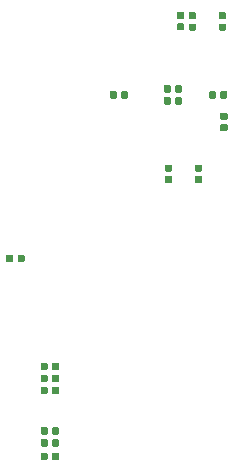
<source format=gbr>
G04 #@! TF.GenerationSoftware,KiCad,Pcbnew,(5.1.5)-3*
G04 #@! TF.CreationDate,2020-09-05T19:48:14+08:00*
G04 #@! TF.ProjectId,VS1053 Dev Brd,56533130-3533-4204-9465-76204272642e,rev?*
G04 #@! TF.SameCoordinates,Original*
G04 #@! TF.FileFunction,Paste,Bot*
G04 #@! TF.FilePolarity,Positive*
%FSLAX46Y46*%
G04 Gerber Fmt 4.6, Leading zero omitted, Abs format (unit mm)*
G04 Created by KiCad (PCBNEW (5.1.5)-3) date 2020-09-05 19:48:14*
%MOMM*%
%LPD*%
G04 APERTURE LIST*
%ADD10C,0.100000*%
G04 APERTURE END LIST*
D10*
G36*
X87078358Y-98893110D02*
G01*
X87092676Y-98895234D01*
X87106717Y-98898751D01*
X87120346Y-98903628D01*
X87133431Y-98909817D01*
X87145847Y-98917258D01*
X87157473Y-98925881D01*
X87168198Y-98935602D01*
X87177919Y-98946327D01*
X87186542Y-98957953D01*
X87193983Y-98970369D01*
X87200172Y-98983454D01*
X87205049Y-98997083D01*
X87208566Y-99011124D01*
X87210690Y-99025442D01*
X87211400Y-99039900D01*
X87211400Y-99384900D01*
X87210690Y-99399358D01*
X87208566Y-99413676D01*
X87205049Y-99427717D01*
X87200172Y-99441346D01*
X87193983Y-99454431D01*
X87186542Y-99466847D01*
X87177919Y-99478473D01*
X87168198Y-99489198D01*
X87157473Y-99498919D01*
X87145847Y-99507542D01*
X87133431Y-99514983D01*
X87120346Y-99521172D01*
X87106717Y-99526049D01*
X87092676Y-99529566D01*
X87078358Y-99531690D01*
X87063900Y-99532400D01*
X86768900Y-99532400D01*
X86754442Y-99531690D01*
X86740124Y-99529566D01*
X86726083Y-99526049D01*
X86712454Y-99521172D01*
X86699369Y-99514983D01*
X86686953Y-99507542D01*
X86675327Y-99498919D01*
X86664602Y-99489198D01*
X86654881Y-99478473D01*
X86646258Y-99466847D01*
X86638817Y-99454431D01*
X86632628Y-99441346D01*
X86627751Y-99427717D01*
X86624234Y-99413676D01*
X86622110Y-99399358D01*
X86621400Y-99384900D01*
X86621400Y-99039900D01*
X86622110Y-99025442D01*
X86624234Y-99011124D01*
X86627751Y-98997083D01*
X86632628Y-98983454D01*
X86638817Y-98970369D01*
X86646258Y-98957953D01*
X86654881Y-98946327D01*
X86664602Y-98935602D01*
X86675327Y-98925881D01*
X86686953Y-98917258D01*
X86699369Y-98909817D01*
X86712454Y-98903628D01*
X86726083Y-98898751D01*
X86740124Y-98895234D01*
X86754442Y-98893110D01*
X86768900Y-98892400D01*
X87063900Y-98892400D01*
X87078358Y-98893110D01*
G37*
G36*
X88048358Y-98893110D02*
G01*
X88062676Y-98895234D01*
X88076717Y-98898751D01*
X88090346Y-98903628D01*
X88103431Y-98909817D01*
X88115847Y-98917258D01*
X88127473Y-98925881D01*
X88138198Y-98935602D01*
X88147919Y-98946327D01*
X88156542Y-98957953D01*
X88163983Y-98970369D01*
X88170172Y-98983454D01*
X88175049Y-98997083D01*
X88178566Y-99011124D01*
X88180690Y-99025442D01*
X88181400Y-99039900D01*
X88181400Y-99384900D01*
X88180690Y-99399358D01*
X88178566Y-99413676D01*
X88175049Y-99427717D01*
X88170172Y-99441346D01*
X88163983Y-99454431D01*
X88156542Y-99466847D01*
X88147919Y-99478473D01*
X88138198Y-99489198D01*
X88127473Y-99498919D01*
X88115847Y-99507542D01*
X88103431Y-99514983D01*
X88090346Y-99521172D01*
X88076717Y-99526049D01*
X88062676Y-99529566D01*
X88048358Y-99531690D01*
X88033900Y-99532400D01*
X87738900Y-99532400D01*
X87724442Y-99531690D01*
X87710124Y-99529566D01*
X87696083Y-99526049D01*
X87682454Y-99521172D01*
X87669369Y-99514983D01*
X87656953Y-99507542D01*
X87645327Y-99498919D01*
X87634602Y-99489198D01*
X87624881Y-99478473D01*
X87616258Y-99466847D01*
X87608817Y-99454431D01*
X87602628Y-99441346D01*
X87597751Y-99427717D01*
X87594234Y-99413676D01*
X87592110Y-99399358D01*
X87591400Y-99384900D01*
X87591400Y-99039900D01*
X87592110Y-99025442D01*
X87594234Y-99011124D01*
X87597751Y-98997083D01*
X87602628Y-98983454D01*
X87608817Y-98970369D01*
X87616258Y-98957953D01*
X87624881Y-98946327D01*
X87634602Y-98935602D01*
X87645327Y-98925881D01*
X87656953Y-98917258D01*
X87669369Y-98909817D01*
X87682454Y-98903628D01*
X87696083Y-98898751D01*
X87710124Y-98895234D01*
X87724442Y-98893110D01*
X87738900Y-98892400D01*
X88033900Y-98892400D01*
X88048358Y-98893110D01*
G37*
G36*
X91779358Y-105115710D02*
G01*
X91793676Y-105117834D01*
X91807717Y-105121351D01*
X91821346Y-105126228D01*
X91834431Y-105132417D01*
X91846847Y-105139858D01*
X91858473Y-105148481D01*
X91869198Y-105158202D01*
X91878919Y-105168927D01*
X91887542Y-105180553D01*
X91894983Y-105192969D01*
X91901172Y-105206054D01*
X91906049Y-105219683D01*
X91909566Y-105233724D01*
X91911690Y-105248042D01*
X91912400Y-105262500D01*
X91912400Y-105557500D01*
X91911690Y-105571958D01*
X91909566Y-105586276D01*
X91906049Y-105600317D01*
X91901172Y-105613946D01*
X91894983Y-105627031D01*
X91887542Y-105639447D01*
X91878919Y-105651073D01*
X91869198Y-105661798D01*
X91858473Y-105671519D01*
X91846847Y-105680142D01*
X91834431Y-105687583D01*
X91821346Y-105693772D01*
X91807717Y-105698649D01*
X91793676Y-105702166D01*
X91779358Y-105704290D01*
X91764900Y-105705000D01*
X91419900Y-105705000D01*
X91405442Y-105704290D01*
X91391124Y-105702166D01*
X91377083Y-105698649D01*
X91363454Y-105693772D01*
X91350369Y-105687583D01*
X91337953Y-105680142D01*
X91326327Y-105671519D01*
X91315602Y-105661798D01*
X91305881Y-105651073D01*
X91297258Y-105639447D01*
X91289817Y-105627031D01*
X91283628Y-105613946D01*
X91278751Y-105600317D01*
X91275234Y-105586276D01*
X91273110Y-105571958D01*
X91272400Y-105557500D01*
X91272400Y-105262500D01*
X91273110Y-105248042D01*
X91275234Y-105233724D01*
X91278751Y-105219683D01*
X91283628Y-105206054D01*
X91289817Y-105192969D01*
X91297258Y-105180553D01*
X91305881Y-105168927D01*
X91315602Y-105158202D01*
X91326327Y-105148481D01*
X91337953Y-105139858D01*
X91350369Y-105132417D01*
X91363454Y-105126228D01*
X91377083Y-105121351D01*
X91391124Y-105117834D01*
X91405442Y-105115710D01*
X91419900Y-105115000D01*
X91764900Y-105115000D01*
X91779358Y-105115710D01*
G37*
G36*
X91779358Y-106085710D02*
G01*
X91793676Y-106087834D01*
X91807717Y-106091351D01*
X91821346Y-106096228D01*
X91834431Y-106102417D01*
X91846847Y-106109858D01*
X91858473Y-106118481D01*
X91869198Y-106128202D01*
X91878919Y-106138927D01*
X91887542Y-106150553D01*
X91894983Y-106162969D01*
X91901172Y-106176054D01*
X91906049Y-106189683D01*
X91909566Y-106203724D01*
X91911690Y-106218042D01*
X91912400Y-106232500D01*
X91912400Y-106527500D01*
X91911690Y-106541958D01*
X91909566Y-106556276D01*
X91906049Y-106570317D01*
X91901172Y-106583946D01*
X91894983Y-106597031D01*
X91887542Y-106609447D01*
X91878919Y-106621073D01*
X91869198Y-106631798D01*
X91858473Y-106641519D01*
X91846847Y-106650142D01*
X91834431Y-106657583D01*
X91821346Y-106663772D01*
X91807717Y-106668649D01*
X91793676Y-106672166D01*
X91779358Y-106674290D01*
X91764900Y-106675000D01*
X91419900Y-106675000D01*
X91405442Y-106674290D01*
X91391124Y-106672166D01*
X91377083Y-106668649D01*
X91363454Y-106663772D01*
X91350369Y-106657583D01*
X91337953Y-106650142D01*
X91326327Y-106641519D01*
X91315602Y-106631798D01*
X91305881Y-106621073D01*
X91297258Y-106609447D01*
X91289817Y-106597031D01*
X91283628Y-106583946D01*
X91278751Y-106570317D01*
X91275234Y-106556276D01*
X91273110Y-106541958D01*
X91272400Y-106527500D01*
X91272400Y-106232500D01*
X91273110Y-106218042D01*
X91275234Y-106203724D01*
X91278751Y-106189683D01*
X91283628Y-106176054D01*
X91289817Y-106162969D01*
X91297258Y-106150553D01*
X91305881Y-106138927D01*
X91315602Y-106128202D01*
X91326327Y-106118481D01*
X91337953Y-106109858D01*
X91350369Y-106102417D01*
X91363454Y-106096228D01*
X91377083Y-106091351D01*
X91391124Y-106087834D01*
X91405442Y-106085710D01*
X91419900Y-106085000D01*
X91764900Y-106085000D01*
X91779358Y-106085710D01*
G37*
G36*
X94319358Y-106085710D02*
G01*
X94333676Y-106087834D01*
X94347717Y-106091351D01*
X94361346Y-106096228D01*
X94374431Y-106102417D01*
X94386847Y-106109858D01*
X94398473Y-106118481D01*
X94409198Y-106128202D01*
X94418919Y-106138927D01*
X94427542Y-106150553D01*
X94434983Y-106162969D01*
X94441172Y-106176054D01*
X94446049Y-106189683D01*
X94449566Y-106203724D01*
X94451690Y-106218042D01*
X94452400Y-106232500D01*
X94452400Y-106527500D01*
X94451690Y-106541958D01*
X94449566Y-106556276D01*
X94446049Y-106570317D01*
X94441172Y-106583946D01*
X94434983Y-106597031D01*
X94427542Y-106609447D01*
X94418919Y-106621073D01*
X94409198Y-106631798D01*
X94398473Y-106641519D01*
X94386847Y-106650142D01*
X94374431Y-106657583D01*
X94361346Y-106663772D01*
X94347717Y-106668649D01*
X94333676Y-106672166D01*
X94319358Y-106674290D01*
X94304900Y-106675000D01*
X93959900Y-106675000D01*
X93945442Y-106674290D01*
X93931124Y-106672166D01*
X93917083Y-106668649D01*
X93903454Y-106663772D01*
X93890369Y-106657583D01*
X93877953Y-106650142D01*
X93866327Y-106641519D01*
X93855602Y-106631798D01*
X93845881Y-106621073D01*
X93837258Y-106609447D01*
X93829817Y-106597031D01*
X93823628Y-106583946D01*
X93818751Y-106570317D01*
X93815234Y-106556276D01*
X93813110Y-106541958D01*
X93812400Y-106527500D01*
X93812400Y-106232500D01*
X93813110Y-106218042D01*
X93815234Y-106203724D01*
X93818751Y-106189683D01*
X93823628Y-106176054D01*
X93829817Y-106162969D01*
X93837258Y-106150553D01*
X93845881Y-106138927D01*
X93855602Y-106128202D01*
X93866327Y-106118481D01*
X93877953Y-106109858D01*
X93890369Y-106102417D01*
X93903454Y-106096228D01*
X93917083Y-106091351D01*
X93931124Y-106087834D01*
X93945442Y-106085710D01*
X93959900Y-106085000D01*
X94304900Y-106085000D01*
X94319358Y-106085710D01*
G37*
G36*
X94319358Y-105115710D02*
G01*
X94333676Y-105117834D01*
X94347717Y-105121351D01*
X94361346Y-105126228D01*
X94374431Y-105132417D01*
X94386847Y-105139858D01*
X94398473Y-105148481D01*
X94409198Y-105158202D01*
X94418919Y-105168927D01*
X94427542Y-105180553D01*
X94434983Y-105192969D01*
X94441172Y-105206054D01*
X94446049Y-105219683D01*
X94449566Y-105233724D01*
X94451690Y-105248042D01*
X94452400Y-105262500D01*
X94452400Y-105557500D01*
X94451690Y-105571958D01*
X94449566Y-105586276D01*
X94446049Y-105600317D01*
X94441172Y-105613946D01*
X94434983Y-105627031D01*
X94427542Y-105639447D01*
X94418919Y-105651073D01*
X94409198Y-105661798D01*
X94398473Y-105671519D01*
X94386847Y-105680142D01*
X94374431Y-105687583D01*
X94361346Y-105693772D01*
X94347717Y-105698649D01*
X94333676Y-105702166D01*
X94319358Y-105704290D01*
X94304900Y-105705000D01*
X93959900Y-105705000D01*
X93945442Y-105704290D01*
X93931124Y-105702166D01*
X93917083Y-105698649D01*
X93903454Y-105693772D01*
X93890369Y-105687583D01*
X93877953Y-105680142D01*
X93866327Y-105671519D01*
X93855602Y-105661798D01*
X93845881Y-105651073D01*
X93837258Y-105639447D01*
X93829817Y-105627031D01*
X93823628Y-105613946D01*
X93818751Y-105600317D01*
X93815234Y-105586276D01*
X93813110Y-105571958D01*
X93812400Y-105557500D01*
X93812400Y-105262500D01*
X93813110Y-105248042D01*
X93815234Y-105233724D01*
X93818751Y-105219683D01*
X93823628Y-105206054D01*
X93829817Y-105192969D01*
X93837258Y-105180553D01*
X93845881Y-105168927D01*
X93855602Y-105158202D01*
X93866327Y-105148481D01*
X93877953Y-105139858D01*
X93890369Y-105132417D01*
X93903454Y-105126228D01*
X93917083Y-105121351D01*
X93931124Y-105117834D01*
X93945442Y-105115710D01*
X93959900Y-105115000D01*
X94304900Y-105115000D01*
X94319358Y-105115710D01*
G37*
G36*
X96351358Y-93180110D02*
G01*
X96365676Y-93182234D01*
X96379717Y-93185751D01*
X96393346Y-93190628D01*
X96406431Y-93196817D01*
X96418847Y-93204258D01*
X96430473Y-93212881D01*
X96441198Y-93222602D01*
X96450919Y-93233327D01*
X96459542Y-93244953D01*
X96466983Y-93257369D01*
X96473172Y-93270454D01*
X96478049Y-93284083D01*
X96481566Y-93298124D01*
X96483690Y-93312442D01*
X96484400Y-93326900D01*
X96484400Y-93621900D01*
X96483690Y-93636358D01*
X96481566Y-93650676D01*
X96478049Y-93664717D01*
X96473172Y-93678346D01*
X96466983Y-93691431D01*
X96459542Y-93703847D01*
X96450919Y-93715473D01*
X96441198Y-93726198D01*
X96430473Y-93735919D01*
X96418847Y-93744542D01*
X96406431Y-93751983D01*
X96393346Y-93758172D01*
X96379717Y-93763049D01*
X96365676Y-93766566D01*
X96351358Y-93768690D01*
X96336900Y-93769400D01*
X95991900Y-93769400D01*
X95977442Y-93768690D01*
X95963124Y-93766566D01*
X95949083Y-93763049D01*
X95935454Y-93758172D01*
X95922369Y-93751983D01*
X95909953Y-93744542D01*
X95898327Y-93735919D01*
X95887602Y-93726198D01*
X95877881Y-93715473D01*
X95869258Y-93703847D01*
X95861817Y-93691431D01*
X95855628Y-93678346D01*
X95850751Y-93664717D01*
X95847234Y-93650676D01*
X95845110Y-93636358D01*
X95844400Y-93621900D01*
X95844400Y-93326900D01*
X95845110Y-93312442D01*
X95847234Y-93298124D01*
X95850751Y-93284083D01*
X95855628Y-93270454D01*
X95861817Y-93257369D01*
X95869258Y-93244953D01*
X95877881Y-93233327D01*
X95887602Y-93222602D01*
X95898327Y-93212881D01*
X95909953Y-93204258D01*
X95922369Y-93196817D01*
X95935454Y-93190628D01*
X95949083Y-93185751D01*
X95963124Y-93182234D01*
X95977442Y-93180110D01*
X95991900Y-93179400D01*
X96336900Y-93179400D01*
X96351358Y-93180110D01*
G37*
G36*
X96351358Y-92210110D02*
G01*
X96365676Y-92212234D01*
X96379717Y-92215751D01*
X96393346Y-92220628D01*
X96406431Y-92226817D01*
X96418847Y-92234258D01*
X96430473Y-92242881D01*
X96441198Y-92252602D01*
X96450919Y-92263327D01*
X96459542Y-92274953D01*
X96466983Y-92287369D01*
X96473172Y-92300454D01*
X96478049Y-92314083D01*
X96481566Y-92328124D01*
X96483690Y-92342442D01*
X96484400Y-92356900D01*
X96484400Y-92651900D01*
X96483690Y-92666358D01*
X96481566Y-92680676D01*
X96478049Y-92694717D01*
X96473172Y-92708346D01*
X96466983Y-92721431D01*
X96459542Y-92733847D01*
X96450919Y-92745473D01*
X96441198Y-92756198D01*
X96430473Y-92765919D01*
X96418847Y-92774542D01*
X96406431Y-92781983D01*
X96393346Y-92788172D01*
X96379717Y-92793049D01*
X96365676Y-92796566D01*
X96351358Y-92798690D01*
X96336900Y-92799400D01*
X95991900Y-92799400D01*
X95977442Y-92798690D01*
X95963124Y-92796566D01*
X95949083Y-92793049D01*
X95935454Y-92788172D01*
X95922369Y-92781983D01*
X95909953Y-92774542D01*
X95898327Y-92765919D01*
X95887602Y-92756198D01*
X95877881Y-92745473D01*
X95869258Y-92733847D01*
X95861817Y-92721431D01*
X95855628Y-92708346D01*
X95850751Y-92694717D01*
X95847234Y-92680676D01*
X95845110Y-92666358D01*
X95844400Y-92651900D01*
X95844400Y-92356900D01*
X95845110Y-92342442D01*
X95847234Y-92328124D01*
X95850751Y-92314083D01*
X95855628Y-92300454D01*
X95861817Y-92287369D01*
X95869258Y-92274953D01*
X95877881Y-92263327D01*
X95887602Y-92252602D01*
X95898327Y-92242881D01*
X95909953Y-92234258D01*
X95922369Y-92226817D01*
X95935454Y-92220628D01*
X95949083Y-92215751D01*
X95963124Y-92212234D01*
X95977442Y-92210110D01*
X95991900Y-92209400D01*
X96336900Y-92209400D01*
X96351358Y-92210110D01*
G37*
G36*
X92795358Y-92187110D02*
G01*
X92809676Y-92189234D01*
X92823717Y-92192751D01*
X92837346Y-92197628D01*
X92850431Y-92203817D01*
X92862847Y-92211258D01*
X92874473Y-92219881D01*
X92885198Y-92229602D01*
X92894919Y-92240327D01*
X92903542Y-92251953D01*
X92910983Y-92264369D01*
X92917172Y-92277454D01*
X92922049Y-92291083D01*
X92925566Y-92305124D01*
X92927690Y-92319442D01*
X92928400Y-92333900D01*
X92928400Y-92628900D01*
X92927690Y-92643358D01*
X92925566Y-92657676D01*
X92922049Y-92671717D01*
X92917172Y-92685346D01*
X92910983Y-92698431D01*
X92903542Y-92710847D01*
X92894919Y-92722473D01*
X92885198Y-92733198D01*
X92874473Y-92742919D01*
X92862847Y-92751542D01*
X92850431Y-92758983D01*
X92837346Y-92765172D01*
X92823717Y-92770049D01*
X92809676Y-92773566D01*
X92795358Y-92775690D01*
X92780900Y-92776400D01*
X92435900Y-92776400D01*
X92421442Y-92775690D01*
X92407124Y-92773566D01*
X92393083Y-92770049D01*
X92379454Y-92765172D01*
X92366369Y-92758983D01*
X92353953Y-92751542D01*
X92342327Y-92742919D01*
X92331602Y-92733198D01*
X92321881Y-92722473D01*
X92313258Y-92710847D01*
X92305817Y-92698431D01*
X92299628Y-92685346D01*
X92294751Y-92671717D01*
X92291234Y-92657676D01*
X92289110Y-92643358D01*
X92288400Y-92628900D01*
X92288400Y-92333900D01*
X92289110Y-92319442D01*
X92291234Y-92305124D01*
X92294751Y-92291083D01*
X92299628Y-92277454D01*
X92305817Y-92264369D01*
X92313258Y-92251953D01*
X92321881Y-92240327D01*
X92331602Y-92229602D01*
X92342327Y-92219881D01*
X92353953Y-92211258D01*
X92366369Y-92203817D01*
X92379454Y-92197628D01*
X92393083Y-92192751D01*
X92407124Y-92189234D01*
X92421442Y-92187110D01*
X92435900Y-92186400D01*
X92780900Y-92186400D01*
X92795358Y-92187110D01*
G37*
G36*
X92795358Y-93157110D02*
G01*
X92809676Y-93159234D01*
X92823717Y-93162751D01*
X92837346Y-93167628D01*
X92850431Y-93173817D01*
X92862847Y-93181258D01*
X92874473Y-93189881D01*
X92885198Y-93199602D01*
X92894919Y-93210327D01*
X92903542Y-93221953D01*
X92910983Y-93234369D01*
X92917172Y-93247454D01*
X92922049Y-93261083D01*
X92925566Y-93275124D01*
X92927690Y-93289442D01*
X92928400Y-93303900D01*
X92928400Y-93598900D01*
X92927690Y-93613358D01*
X92925566Y-93627676D01*
X92922049Y-93641717D01*
X92917172Y-93655346D01*
X92910983Y-93668431D01*
X92903542Y-93680847D01*
X92894919Y-93692473D01*
X92885198Y-93703198D01*
X92874473Y-93712919D01*
X92862847Y-93721542D01*
X92850431Y-93728983D01*
X92837346Y-93735172D01*
X92823717Y-93740049D01*
X92809676Y-93743566D01*
X92795358Y-93745690D01*
X92780900Y-93746400D01*
X92435900Y-93746400D01*
X92421442Y-93745690D01*
X92407124Y-93743566D01*
X92393083Y-93740049D01*
X92379454Y-93735172D01*
X92366369Y-93728983D01*
X92353953Y-93721542D01*
X92342327Y-93712919D01*
X92331602Y-93703198D01*
X92321881Y-93692473D01*
X92313258Y-93680847D01*
X92305817Y-93668431D01*
X92299628Y-93655346D01*
X92294751Y-93641717D01*
X92291234Y-93627676D01*
X92289110Y-93613358D01*
X92288400Y-93598900D01*
X92288400Y-93303900D01*
X92289110Y-93289442D01*
X92291234Y-93275124D01*
X92294751Y-93261083D01*
X92299628Y-93247454D01*
X92305817Y-93234369D01*
X92313258Y-93221953D01*
X92321881Y-93210327D01*
X92331602Y-93199602D01*
X92342327Y-93189881D01*
X92353953Y-93181258D01*
X92366369Y-93173817D01*
X92379454Y-93167628D01*
X92393083Y-93162751D01*
X92407124Y-93159234D01*
X92421442Y-93157110D01*
X92435900Y-93156400D01*
X92780900Y-93156400D01*
X92795358Y-93157110D01*
G37*
G36*
X93811358Y-93180110D02*
G01*
X93825676Y-93182234D01*
X93839717Y-93185751D01*
X93853346Y-93190628D01*
X93866431Y-93196817D01*
X93878847Y-93204258D01*
X93890473Y-93212881D01*
X93901198Y-93222602D01*
X93910919Y-93233327D01*
X93919542Y-93244953D01*
X93926983Y-93257369D01*
X93933172Y-93270454D01*
X93938049Y-93284083D01*
X93941566Y-93298124D01*
X93943690Y-93312442D01*
X93944400Y-93326900D01*
X93944400Y-93621900D01*
X93943690Y-93636358D01*
X93941566Y-93650676D01*
X93938049Y-93664717D01*
X93933172Y-93678346D01*
X93926983Y-93691431D01*
X93919542Y-93703847D01*
X93910919Y-93715473D01*
X93901198Y-93726198D01*
X93890473Y-93735919D01*
X93878847Y-93744542D01*
X93866431Y-93751983D01*
X93853346Y-93758172D01*
X93839717Y-93763049D01*
X93825676Y-93766566D01*
X93811358Y-93768690D01*
X93796900Y-93769400D01*
X93451900Y-93769400D01*
X93437442Y-93768690D01*
X93423124Y-93766566D01*
X93409083Y-93763049D01*
X93395454Y-93758172D01*
X93382369Y-93751983D01*
X93369953Y-93744542D01*
X93358327Y-93735919D01*
X93347602Y-93726198D01*
X93337881Y-93715473D01*
X93329258Y-93703847D01*
X93321817Y-93691431D01*
X93315628Y-93678346D01*
X93310751Y-93664717D01*
X93307234Y-93650676D01*
X93305110Y-93636358D01*
X93304400Y-93621900D01*
X93304400Y-93326900D01*
X93305110Y-93312442D01*
X93307234Y-93298124D01*
X93310751Y-93284083D01*
X93315628Y-93270454D01*
X93321817Y-93257369D01*
X93329258Y-93244953D01*
X93337881Y-93233327D01*
X93347602Y-93222602D01*
X93358327Y-93212881D01*
X93369953Y-93204258D01*
X93382369Y-93196817D01*
X93395454Y-93190628D01*
X93409083Y-93185751D01*
X93423124Y-93182234D01*
X93437442Y-93180110D01*
X93451900Y-93179400D01*
X93796900Y-93179400D01*
X93811358Y-93180110D01*
G37*
G36*
X93811358Y-92210110D02*
G01*
X93825676Y-92212234D01*
X93839717Y-92215751D01*
X93853346Y-92220628D01*
X93866431Y-92226817D01*
X93878847Y-92234258D01*
X93890473Y-92242881D01*
X93901198Y-92252602D01*
X93910919Y-92263327D01*
X93919542Y-92274953D01*
X93926983Y-92287369D01*
X93933172Y-92300454D01*
X93938049Y-92314083D01*
X93941566Y-92328124D01*
X93943690Y-92342442D01*
X93944400Y-92356900D01*
X93944400Y-92651900D01*
X93943690Y-92666358D01*
X93941566Y-92680676D01*
X93938049Y-92694717D01*
X93933172Y-92708346D01*
X93926983Y-92721431D01*
X93919542Y-92733847D01*
X93910919Y-92745473D01*
X93901198Y-92756198D01*
X93890473Y-92765919D01*
X93878847Y-92774542D01*
X93866431Y-92781983D01*
X93853346Y-92788172D01*
X93839717Y-92793049D01*
X93825676Y-92796566D01*
X93811358Y-92798690D01*
X93796900Y-92799400D01*
X93451900Y-92799400D01*
X93437442Y-92798690D01*
X93423124Y-92796566D01*
X93409083Y-92793049D01*
X93395454Y-92788172D01*
X93382369Y-92781983D01*
X93369953Y-92774542D01*
X93358327Y-92765919D01*
X93347602Y-92756198D01*
X93337881Y-92745473D01*
X93329258Y-92733847D01*
X93321817Y-92721431D01*
X93315628Y-92708346D01*
X93310751Y-92694717D01*
X93307234Y-92680676D01*
X93305110Y-92666358D01*
X93304400Y-92651900D01*
X93304400Y-92356900D01*
X93305110Y-92342442D01*
X93307234Y-92328124D01*
X93310751Y-92314083D01*
X93315628Y-92300454D01*
X93321817Y-92287369D01*
X93329258Y-92274953D01*
X93337881Y-92263327D01*
X93347602Y-92252602D01*
X93358327Y-92242881D01*
X93369953Y-92234258D01*
X93382369Y-92226817D01*
X93395454Y-92220628D01*
X93409083Y-92215751D01*
X93423124Y-92212234D01*
X93437442Y-92210110D01*
X93451900Y-92209400D01*
X93796900Y-92209400D01*
X93811358Y-92210110D01*
G37*
G36*
X96478358Y-100719110D02*
G01*
X96492676Y-100721234D01*
X96506717Y-100724751D01*
X96520346Y-100729628D01*
X96533431Y-100735817D01*
X96545847Y-100743258D01*
X96557473Y-100751881D01*
X96568198Y-100761602D01*
X96577919Y-100772327D01*
X96586542Y-100783953D01*
X96593983Y-100796369D01*
X96600172Y-100809454D01*
X96605049Y-100823083D01*
X96608566Y-100837124D01*
X96610690Y-100851442D01*
X96611400Y-100865900D01*
X96611400Y-101160900D01*
X96610690Y-101175358D01*
X96608566Y-101189676D01*
X96605049Y-101203717D01*
X96600172Y-101217346D01*
X96593983Y-101230431D01*
X96586542Y-101242847D01*
X96577919Y-101254473D01*
X96568198Y-101265198D01*
X96557473Y-101274919D01*
X96545847Y-101283542D01*
X96533431Y-101290983D01*
X96520346Y-101297172D01*
X96506717Y-101302049D01*
X96492676Y-101305566D01*
X96478358Y-101307690D01*
X96463900Y-101308400D01*
X96118900Y-101308400D01*
X96104442Y-101307690D01*
X96090124Y-101305566D01*
X96076083Y-101302049D01*
X96062454Y-101297172D01*
X96049369Y-101290983D01*
X96036953Y-101283542D01*
X96025327Y-101274919D01*
X96014602Y-101265198D01*
X96004881Y-101254473D01*
X95996258Y-101242847D01*
X95988817Y-101230431D01*
X95982628Y-101217346D01*
X95977751Y-101203717D01*
X95974234Y-101189676D01*
X95972110Y-101175358D01*
X95971400Y-101160900D01*
X95971400Y-100865900D01*
X95972110Y-100851442D01*
X95974234Y-100837124D01*
X95977751Y-100823083D01*
X95982628Y-100809454D01*
X95988817Y-100796369D01*
X95996258Y-100783953D01*
X96004881Y-100772327D01*
X96014602Y-100761602D01*
X96025327Y-100751881D01*
X96036953Y-100743258D01*
X96049369Y-100735817D01*
X96062454Y-100729628D01*
X96076083Y-100724751D01*
X96090124Y-100721234D01*
X96104442Y-100719110D01*
X96118900Y-100718400D01*
X96463900Y-100718400D01*
X96478358Y-100719110D01*
G37*
G36*
X96478358Y-101689110D02*
G01*
X96492676Y-101691234D01*
X96506717Y-101694751D01*
X96520346Y-101699628D01*
X96533431Y-101705817D01*
X96545847Y-101713258D01*
X96557473Y-101721881D01*
X96568198Y-101731602D01*
X96577919Y-101742327D01*
X96586542Y-101753953D01*
X96593983Y-101766369D01*
X96600172Y-101779454D01*
X96605049Y-101793083D01*
X96608566Y-101807124D01*
X96610690Y-101821442D01*
X96611400Y-101835900D01*
X96611400Y-102130900D01*
X96610690Y-102145358D01*
X96608566Y-102159676D01*
X96605049Y-102173717D01*
X96600172Y-102187346D01*
X96593983Y-102200431D01*
X96586542Y-102212847D01*
X96577919Y-102224473D01*
X96568198Y-102235198D01*
X96557473Y-102244919D01*
X96545847Y-102253542D01*
X96533431Y-102260983D01*
X96520346Y-102267172D01*
X96506717Y-102272049D01*
X96492676Y-102275566D01*
X96478358Y-102277690D01*
X96463900Y-102278400D01*
X96118900Y-102278400D01*
X96104442Y-102277690D01*
X96090124Y-102275566D01*
X96076083Y-102272049D01*
X96062454Y-102267172D01*
X96049369Y-102260983D01*
X96036953Y-102253542D01*
X96025327Y-102244919D01*
X96014602Y-102235198D01*
X96004881Y-102224473D01*
X95996258Y-102212847D01*
X95988817Y-102200431D01*
X95982628Y-102187346D01*
X95977751Y-102173717D01*
X95974234Y-102159676D01*
X95972110Y-102145358D01*
X95971400Y-102130900D01*
X95971400Y-101835900D01*
X95972110Y-101821442D01*
X95974234Y-101807124D01*
X95977751Y-101793083D01*
X95982628Y-101779454D01*
X95988817Y-101766369D01*
X95996258Y-101753953D01*
X96004881Y-101742327D01*
X96014602Y-101731602D01*
X96025327Y-101721881D01*
X96036953Y-101713258D01*
X96049369Y-101705817D01*
X96062454Y-101699628D01*
X96076083Y-101694751D01*
X96090124Y-101691234D01*
X96104442Y-101689110D01*
X96118900Y-101688400D01*
X96463900Y-101688400D01*
X96478358Y-101689110D01*
G37*
G36*
X91650358Y-99401110D02*
G01*
X91664676Y-99403234D01*
X91678717Y-99406751D01*
X91692346Y-99411628D01*
X91705431Y-99417817D01*
X91717847Y-99425258D01*
X91729473Y-99433881D01*
X91740198Y-99443602D01*
X91749919Y-99454327D01*
X91758542Y-99465953D01*
X91765983Y-99478369D01*
X91772172Y-99491454D01*
X91777049Y-99505083D01*
X91780566Y-99519124D01*
X91782690Y-99533442D01*
X91783400Y-99547900D01*
X91783400Y-99892900D01*
X91782690Y-99907358D01*
X91780566Y-99921676D01*
X91777049Y-99935717D01*
X91772172Y-99949346D01*
X91765983Y-99962431D01*
X91758542Y-99974847D01*
X91749919Y-99986473D01*
X91740198Y-99997198D01*
X91729473Y-100006919D01*
X91717847Y-100015542D01*
X91705431Y-100022983D01*
X91692346Y-100029172D01*
X91678717Y-100034049D01*
X91664676Y-100037566D01*
X91650358Y-100039690D01*
X91635900Y-100040400D01*
X91340900Y-100040400D01*
X91326442Y-100039690D01*
X91312124Y-100037566D01*
X91298083Y-100034049D01*
X91284454Y-100029172D01*
X91271369Y-100022983D01*
X91258953Y-100015542D01*
X91247327Y-100006919D01*
X91236602Y-99997198D01*
X91226881Y-99986473D01*
X91218258Y-99974847D01*
X91210817Y-99962431D01*
X91204628Y-99949346D01*
X91199751Y-99935717D01*
X91196234Y-99921676D01*
X91194110Y-99907358D01*
X91193400Y-99892900D01*
X91193400Y-99547900D01*
X91194110Y-99533442D01*
X91196234Y-99519124D01*
X91199751Y-99505083D01*
X91204628Y-99491454D01*
X91210817Y-99478369D01*
X91218258Y-99465953D01*
X91226881Y-99454327D01*
X91236602Y-99443602D01*
X91247327Y-99433881D01*
X91258953Y-99425258D01*
X91271369Y-99417817D01*
X91284454Y-99411628D01*
X91298083Y-99406751D01*
X91312124Y-99403234D01*
X91326442Y-99401110D01*
X91340900Y-99400400D01*
X91635900Y-99400400D01*
X91650358Y-99401110D01*
G37*
G36*
X92620358Y-99401110D02*
G01*
X92634676Y-99403234D01*
X92648717Y-99406751D01*
X92662346Y-99411628D01*
X92675431Y-99417817D01*
X92687847Y-99425258D01*
X92699473Y-99433881D01*
X92710198Y-99443602D01*
X92719919Y-99454327D01*
X92728542Y-99465953D01*
X92735983Y-99478369D01*
X92742172Y-99491454D01*
X92747049Y-99505083D01*
X92750566Y-99519124D01*
X92752690Y-99533442D01*
X92753400Y-99547900D01*
X92753400Y-99892900D01*
X92752690Y-99907358D01*
X92750566Y-99921676D01*
X92747049Y-99935717D01*
X92742172Y-99949346D01*
X92735983Y-99962431D01*
X92728542Y-99974847D01*
X92719919Y-99986473D01*
X92710198Y-99997198D01*
X92699473Y-100006919D01*
X92687847Y-100015542D01*
X92675431Y-100022983D01*
X92662346Y-100029172D01*
X92648717Y-100034049D01*
X92634676Y-100037566D01*
X92620358Y-100039690D01*
X92605900Y-100040400D01*
X92310900Y-100040400D01*
X92296442Y-100039690D01*
X92282124Y-100037566D01*
X92268083Y-100034049D01*
X92254454Y-100029172D01*
X92241369Y-100022983D01*
X92228953Y-100015542D01*
X92217327Y-100006919D01*
X92206602Y-99997198D01*
X92196881Y-99986473D01*
X92188258Y-99974847D01*
X92180817Y-99962431D01*
X92174628Y-99949346D01*
X92169751Y-99935717D01*
X92166234Y-99921676D01*
X92164110Y-99907358D01*
X92163400Y-99892900D01*
X92163400Y-99547900D01*
X92164110Y-99533442D01*
X92166234Y-99519124D01*
X92169751Y-99505083D01*
X92174628Y-99491454D01*
X92180817Y-99478369D01*
X92188258Y-99465953D01*
X92196881Y-99454327D01*
X92206602Y-99443602D01*
X92217327Y-99433881D01*
X92228953Y-99425258D01*
X92241369Y-99417817D01*
X92254454Y-99411628D01*
X92268083Y-99406751D01*
X92282124Y-99403234D01*
X92296442Y-99401110D01*
X92310900Y-99400400D01*
X92605900Y-99400400D01*
X92620358Y-99401110D01*
G37*
G36*
X95483358Y-98893110D02*
G01*
X95497676Y-98895234D01*
X95511717Y-98898751D01*
X95525346Y-98903628D01*
X95538431Y-98909817D01*
X95550847Y-98917258D01*
X95562473Y-98925881D01*
X95573198Y-98935602D01*
X95582919Y-98946327D01*
X95591542Y-98957953D01*
X95598983Y-98970369D01*
X95605172Y-98983454D01*
X95610049Y-98997083D01*
X95613566Y-99011124D01*
X95615690Y-99025442D01*
X95616400Y-99039900D01*
X95616400Y-99384900D01*
X95615690Y-99399358D01*
X95613566Y-99413676D01*
X95610049Y-99427717D01*
X95605172Y-99441346D01*
X95598983Y-99454431D01*
X95591542Y-99466847D01*
X95582919Y-99478473D01*
X95573198Y-99489198D01*
X95562473Y-99498919D01*
X95550847Y-99507542D01*
X95538431Y-99514983D01*
X95525346Y-99521172D01*
X95511717Y-99526049D01*
X95497676Y-99529566D01*
X95483358Y-99531690D01*
X95468900Y-99532400D01*
X95173900Y-99532400D01*
X95159442Y-99531690D01*
X95145124Y-99529566D01*
X95131083Y-99526049D01*
X95117454Y-99521172D01*
X95104369Y-99514983D01*
X95091953Y-99507542D01*
X95080327Y-99498919D01*
X95069602Y-99489198D01*
X95059881Y-99478473D01*
X95051258Y-99466847D01*
X95043817Y-99454431D01*
X95037628Y-99441346D01*
X95032751Y-99427717D01*
X95029234Y-99413676D01*
X95027110Y-99399358D01*
X95026400Y-99384900D01*
X95026400Y-99039900D01*
X95027110Y-99025442D01*
X95029234Y-99011124D01*
X95032751Y-98997083D01*
X95037628Y-98983454D01*
X95043817Y-98970369D01*
X95051258Y-98957953D01*
X95059881Y-98946327D01*
X95069602Y-98935602D01*
X95080327Y-98925881D01*
X95091953Y-98917258D01*
X95104369Y-98909817D01*
X95117454Y-98903628D01*
X95131083Y-98898751D01*
X95145124Y-98895234D01*
X95159442Y-98893110D01*
X95173900Y-98892400D01*
X95468900Y-98892400D01*
X95483358Y-98893110D01*
G37*
G36*
X96453358Y-98893110D02*
G01*
X96467676Y-98895234D01*
X96481717Y-98898751D01*
X96495346Y-98903628D01*
X96508431Y-98909817D01*
X96520847Y-98917258D01*
X96532473Y-98925881D01*
X96543198Y-98935602D01*
X96552919Y-98946327D01*
X96561542Y-98957953D01*
X96568983Y-98970369D01*
X96575172Y-98983454D01*
X96580049Y-98997083D01*
X96583566Y-99011124D01*
X96585690Y-99025442D01*
X96586400Y-99039900D01*
X96586400Y-99384900D01*
X96585690Y-99399358D01*
X96583566Y-99413676D01*
X96580049Y-99427717D01*
X96575172Y-99441346D01*
X96568983Y-99454431D01*
X96561542Y-99466847D01*
X96552919Y-99478473D01*
X96543198Y-99489198D01*
X96532473Y-99498919D01*
X96520847Y-99507542D01*
X96508431Y-99514983D01*
X96495346Y-99521172D01*
X96481717Y-99526049D01*
X96467676Y-99529566D01*
X96453358Y-99531690D01*
X96438900Y-99532400D01*
X96143900Y-99532400D01*
X96129442Y-99531690D01*
X96115124Y-99529566D01*
X96101083Y-99526049D01*
X96087454Y-99521172D01*
X96074369Y-99514983D01*
X96061953Y-99507542D01*
X96050327Y-99498919D01*
X96039602Y-99489198D01*
X96029881Y-99478473D01*
X96021258Y-99466847D01*
X96013817Y-99454431D01*
X96007628Y-99441346D01*
X96002751Y-99427717D01*
X95999234Y-99413676D01*
X95997110Y-99399358D01*
X95996400Y-99384900D01*
X95996400Y-99039900D01*
X95997110Y-99025442D01*
X95999234Y-99011124D01*
X96002751Y-98997083D01*
X96007628Y-98983454D01*
X96013817Y-98970369D01*
X96021258Y-98957953D01*
X96029881Y-98946327D01*
X96039602Y-98935602D01*
X96050327Y-98925881D01*
X96061953Y-98917258D01*
X96074369Y-98909817D01*
X96087454Y-98903628D01*
X96101083Y-98898751D01*
X96115124Y-98895234D01*
X96129442Y-98893110D01*
X96143900Y-98892400D01*
X96438900Y-98892400D01*
X96453358Y-98893110D01*
G37*
G36*
X91650358Y-98385110D02*
G01*
X91664676Y-98387234D01*
X91678717Y-98390751D01*
X91692346Y-98395628D01*
X91705431Y-98401817D01*
X91717847Y-98409258D01*
X91729473Y-98417881D01*
X91740198Y-98427602D01*
X91749919Y-98438327D01*
X91758542Y-98449953D01*
X91765983Y-98462369D01*
X91772172Y-98475454D01*
X91777049Y-98489083D01*
X91780566Y-98503124D01*
X91782690Y-98517442D01*
X91783400Y-98531900D01*
X91783400Y-98876900D01*
X91782690Y-98891358D01*
X91780566Y-98905676D01*
X91777049Y-98919717D01*
X91772172Y-98933346D01*
X91765983Y-98946431D01*
X91758542Y-98958847D01*
X91749919Y-98970473D01*
X91740198Y-98981198D01*
X91729473Y-98990919D01*
X91717847Y-98999542D01*
X91705431Y-99006983D01*
X91692346Y-99013172D01*
X91678717Y-99018049D01*
X91664676Y-99021566D01*
X91650358Y-99023690D01*
X91635900Y-99024400D01*
X91340900Y-99024400D01*
X91326442Y-99023690D01*
X91312124Y-99021566D01*
X91298083Y-99018049D01*
X91284454Y-99013172D01*
X91271369Y-99006983D01*
X91258953Y-98999542D01*
X91247327Y-98990919D01*
X91236602Y-98981198D01*
X91226881Y-98970473D01*
X91218258Y-98958847D01*
X91210817Y-98946431D01*
X91204628Y-98933346D01*
X91199751Y-98919717D01*
X91196234Y-98905676D01*
X91194110Y-98891358D01*
X91193400Y-98876900D01*
X91193400Y-98531900D01*
X91194110Y-98517442D01*
X91196234Y-98503124D01*
X91199751Y-98489083D01*
X91204628Y-98475454D01*
X91210817Y-98462369D01*
X91218258Y-98449953D01*
X91226881Y-98438327D01*
X91236602Y-98427602D01*
X91247327Y-98417881D01*
X91258953Y-98409258D01*
X91271369Y-98401817D01*
X91284454Y-98395628D01*
X91298083Y-98390751D01*
X91312124Y-98387234D01*
X91326442Y-98385110D01*
X91340900Y-98384400D01*
X91635900Y-98384400D01*
X91650358Y-98385110D01*
G37*
G36*
X92620358Y-98385110D02*
G01*
X92634676Y-98387234D01*
X92648717Y-98390751D01*
X92662346Y-98395628D01*
X92675431Y-98401817D01*
X92687847Y-98409258D01*
X92699473Y-98417881D01*
X92710198Y-98427602D01*
X92719919Y-98438327D01*
X92728542Y-98449953D01*
X92735983Y-98462369D01*
X92742172Y-98475454D01*
X92747049Y-98489083D01*
X92750566Y-98503124D01*
X92752690Y-98517442D01*
X92753400Y-98531900D01*
X92753400Y-98876900D01*
X92752690Y-98891358D01*
X92750566Y-98905676D01*
X92747049Y-98919717D01*
X92742172Y-98933346D01*
X92735983Y-98946431D01*
X92728542Y-98958847D01*
X92719919Y-98970473D01*
X92710198Y-98981198D01*
X92699473Y-98990919D01*
X92687847Y-98999542D01*
X92675431Y-99006983D01*
X92662346Y-99013172D01*
X92648717Y-99018049D01*
X92634676Y-99021566D01*
X92620358Y-99023690D01*
X92605900Y-99024400D01*
X92310900Y-99024400D01*
X92296442Y-99023690D01*
X92282124Y-99021566D01*
X92268083Y-99018049D01*
X92254454Y-99013172D01*
X92241369Y-99006983D01*
X92228953Y-98999542D01*
X92217327Y-98990919D01*
X92206602Y-98981198D01*
X92196881Y-98970473D01*
X92188258Y-98958847D01*
X92180817Y-98946431D01*
X92174628Y-98933346D01*
X92169751Y-98919717D01*
X92166234Y-98905676D01*
X92164110Y-98891358D01*
X92163400Y-98876900D01*
X92163400Y-98531900D01*
X92164110Y-98517442D01*
X92166234Y-98503124D01*
X92169751Y-98489083D01*
X92174628Y-98475454D01*
X92180817Y-98462369D01*
X92188258Y-98449953D01*
X92196881Y-98438327D01*
X92206602Y-98427602D01*
X92217327Y-98417881D01*
X92228953Y-98409258D01*
X92241369Y-98401817D01*
X92254454Y-98395628D01*
X92268083Y-98390751D01*
X92282124Y-98387234D01*
X92296442Y-98385110D01*
X92310900Y-98384400D01*
X92605900Y-98384400D01*
X92620358Y-98385110D01*
G37*
G36*
X79285358Y-112736110D02*
G01*
X79299676Y-112738234D01*
X79313717Y-112741751D01*
X79327346Y-112746628D01*
X79340431Y-112752817D01*
X79352847Y-112760258D01*
X79364473Y-112768881D01*
X79375198Y-112778602D01*
X79384919Y-112789327D01*
X79393542Y-112800953D01*
X79400983Y-112813369D01*
X79407172Y-112826454D01*
X79412049Y-112840083D01*
X79415566Y-112854124D01*
X79417690Y-112868442D01*
X79418400Y-112882900D01*
X79418400Y-113227900D01*
X79417690Y-113242358D01*
X79415566Y-113256676D01*
X79412049Y-113270717D01*
X79407172Y-113284346D01*
X79400983Y-113297431D01*
X79393542Y-113309847D01*
X79384919Y-113321473D01*
X79375198Y-113332198D01*
X79364473Y-113341919D01*
X79352847Y-113350542D01*
X79340431Y-113357983D01*
X79327346Y-113364172D01*
X79313717Y-113369049D01*
X79299676Y-113372566D01*
X79285358Y-113374690D01*
X79270900Y-113375400D01*
X78975900Y-113375400D01*
X78961442Y-113374690D01*
X78947124Y-113372566D01*
X78933083Y-113369049D01*
X78919454Y-113364172D01*
X78906369Y-113357983D01*
X78893953Y-113350542D01*
X78882327Y-113341919D01*
X78871602Y-113332198D01*
X78861881Y-113321473D01*
X78853258Y-113309847D01*
X78845817Y-113297431D01*
X78839628Y-113284346D01*
X78834751Y-113270717D01*
X78831234Y-113256676D01*
X78829110Y-113242358D01*
X78828400Y-113227900D01*
X78828400Y-112882900D01*
X78829110Y-112868442D01*
X78831234Y-112854124D01*
X78834751Y-112840083D01*
X78839628Y-112826454D01*
X78845817Y-112813369D01*
X78853258Y-112800953D01*
X78861881Y-112789327D01*
X78871602Y-112778602D01*
X78882327Y-112768881D01*
X78893953Y-112760258D01*
X78906369Y-112752817D01*
X78919454Y-112746628D01*
X78933083Y-112741751D01*
X78947124Y-112738234D01*
X78961442Y-112736110D01*
X78975900Y-112735400D01*
X79270900Y-112735400D01*
X79285358Y-112736110D01*
G37*
G36*
X78315358Y-112736110D02*
G01*
X78329676Y-112738234D01*
X78343717Y-112741751D01*
X78357346Y-112746628D01*
X78370431Y-112752817D01*
X78382847Y-112760258D01*
X78394473Y-112768881D01*
X78405198Y-112778602D01*
X78414919Y-112789327D01*
X78423542Y-112800953D01*
X78430983Y-112813369D01*
X78437172Y-112826454D01*
X78442049Y-112840083D01*
X78445566Y-112854124D01*
X78447690Y-112868442D01*
X78448400Y-112882900D01*
X78448400Y-113227900D01*
X78447690Y-113242358D01*
X78445566Y-113256676D01*
X78442049Y-113270717D01*
X78437172Y-113284346D01*
X78430983Y-113297431D01*
X78423542Y-113309847D01*
X78414919Y-113321473D01*
X78405198Y-113332198D01*
X78394473Y-113341919D01*
X78382847Y-113350542D01*
X78370431Y-113357983D01*
X78357346Y-113364172D01*
X78343717Y-113369049D01*
X78329676Y-113372566D01*
X78315358Y-113374690D01*
X78300900Y-113375400D01*
X78005900Y-113375400D01*
X77991442Y-113374690D01*
X77977124Y-113372566D01*
X77963083Y-113369049D01*
X77949454Y-113364172D01*
X77936369Y-113357983D01*
X77923953Y-113350542D01*
X77912327Y-113341919D01*
X77901602Y-113332198D01*
X77891881Y-113321473D01*
X77883258Y-113309847D01*
X77875817Y-113297431D01*
X77869628Y-113284346D01*
X77864751Y-113270717D01*
X77861234Y-113256676D01*
X77859110Y-113242358D01*
X77858400Y-113227900D01*
X77858400Y-112882900D01*
X77859110Y-112868442D01*
X77861234Y-112854124D01*
X77864751Y-112840083D01*
X77869628Y-112826454D01*
X77875817Y-112813369D01*
X77883258Y-112800953D01*
X77891881Y-112789327D01*
X77901602Y-112778602D01*
X77912327Y-112768881D01*
X77923953Y-112760258D01*
X77936369Y-112752817D01*
X77949454Y-112746628D01*
X77963083Y-112741751D01*
X77977124Y-112738234D01*
X77991442Y-112736110D01*
X78005900Y-112735400D01*
X78300900Y-112735400D01*
X78315358Y-112736110D01*
G37*
G36*
X82206358Y-122896110D02*
G01*
X82220676Y-122898234D01*
X82234717Y-122901751D01*
X82248346Y-122906628D01*
X82261431Y-122912817D01*
X82273847Y-122920258D01*
X82285473Y-122928881D01*
X82296198Y-122938602D01*
X82305919Y-122949327D01*
X82314542Y-122960953D01*
X82321983Y-122973369D01*
X82328172Y-122986454D01*
X82333049Y-123000083D01*
X82336566Y-123014124D01*
X82338690Y-123028442D01*
X82339400Y-123042900D01*
X82339400Y-123387900D01*
X82338690Y-123402358D01*
X82336566Y-123416676D01*
X82333049Y-123430717D01*
X82328172Y-123444346D01*
X82321983Y-123457431D01*
X82314542Y-123469847D01*
X82305919Y-123481473D01*
X82296198Y-123492198D01*
X82285473Y-123501919D01*
X82273847Y-123510542D01*
X82261431Y-123517983D01*
X82248346Y-123524172D01*
X82234717Y-123529049D01*
X82220676Y-123532566D01*
X82206358Y-123534690D01*
X82191900Y-123535400D01*
X81896900Y-123535400D01*
X81882442Y-123534690D01*
X81868124Y-123532566D01*
X81854083Y-123529049D01*
X81840454Y-123524172D01*
X81827369Y-123517983D01*
X81814953Y-123510542D01*
X81803327Y-123501919D01*
X81792602Y-123492198D01*
X81782881Y-123481473D01*
X81774258Y-123469847D01*
X81766817Y-123457431D01*
X81760628Y-123444346D01*
X81755751Y-123430717D01*
X81752234Y-123416676D01*
X81750110Y-123402358D01*
X81749400Y-123387900D01*
X81749400Y-123042900D01*
X81750110Y-123028442D01*
X81752234Y-123014124D01*
X81755751Y-123000083D01*
X81760628Y-122986454D01*
X81766817Y-122973369D01*
X81774258Y-122960953D01*
X81782881Y-122949327D01*
X81792602Y-122938602D01*
X81803327Y-122928881D01*
X81814953Y-122920258D01*
X81827369Y-122912817D01*
X81840454Y-122906628D01*
X81854083Y-122901751D01*
X81868124Y-122898234D01*
X81882442Y-122896110D01*
X81896900Y-122895400D01*
X82191900Y-122895400D01*
X82206358Y-122896110D01*
G37*
G36*
X81236358Y-122896110D02*
G01*
X81250676Y-122898234D01*
X81264717Y-122901751D01*
X81278346Y-122906628D01*
X81291431Y-122912817D01*
X81303847Y-122920258D01*
X81315473Y-122928881D01*
X81326198Y-122938602D01*
X81335919Y-122949327D01*
X81344542Y-122960953D01*
X81351983Y-122973369D01*
X81358172Y-122986454D01*
X81363049Y-123000083D01*
X81366566Y-123014124D01*
X81368690Y-123028442D01*
X81369400Y-123042900D01*
X81369400Y-123387900D01*
X81368690Y-123402358D01*
X81366566Y-123416676D01*
X81363049Y-123430717D01*
X81358172Y-123444346D01*
X81351983Y-123457431D01*
X81344542Y-123469847D01*
X81335919Y-123481473D01*
X81326198Y-123492198D01*
X81315473Y-123501919D01*
X81303847Y-123510542D01*
X81291431Y-123517983D01*
X81278346Y-123524172D01*
X81264717Y-123529049D01*
X81250676Y-123532566D01*
X81236358Y-123534690D01*
X81221900Y-123535400D01*
X80926900Y-123535400D01*
X80912442Y-123534690D01*
X80898124Y-123532566D01*
X80884083Y-123529049D01*
X80870454Y-123524172D01*
X80857369Y-123517983D01*
X80844953Y-123510542D01*
X80833327Y-123501919D01*
X80822602Y-123492198D01*
X80812881Y-123481473D01*
X80804258Y-123469847D01*
X80796817Y-123457431D01*
X80790628Y-123444346D01*
X80785751Y-123430717D01*
X80782234Y-123416676D01*
X80780110Y-123402358D01*
X80779400Y-123387900D01*
X80779400Y-123042900D01*
X80780110Y-123028442D01*
X80782234Y-123014124D01*
X80785751Y-123000083D01*
X80790628Y-122986454D01*
X80796817Y-122973369D01*
X80804258Y-122960953D01*
X80812881Y-122949327D01*
X80822602Y-122938602D01*
X80833327Y-122928881D01*
X80844953Y-122920258D01*
X80857369Y-122912817D01*
X80870454Y-122906628D01*
X80884083Y-122901751D01*
X80898124Y-122898234D01*
X80912442Y-122896110D01*
X80926900Y-122895400D01*
X81221900Y-122895400D01*
X81236358Y-122896110D01*
G37*
G36*
X82206358Y-129500110D02*
G01*
X82220676Y-129502234D01*
X82234717Y-129505751D01*
X82248346Y-129510628D01*
X82261431Y-129516817D01*
X82273847Y-129524258D01*
X82285473Y-129532881D01*
X82296198Y-129542602D01*
X82305919Y-129553327D01*
X82314542Y-129564953D01*
X82321983Y-129577369D01*
X82328172Y-129590454D01*
X82333049Y-129604083D01*
X82336566Y-129618124D01*
X82338690Y-129632442D01*
X82339400Y-129646900D01*
X82339400Y-129991900D01*
X82338690Y-130006358D01*
X82336566Y-130020676D01*
X82333049Y-130034717D01*
X82328172Y-130048346D01*
X82321983Y-130061431D01*
X82314542Y-130073847D01*
X82305919Y-130085473D01*
X82296198Y-130096198D01*
X82285473Y-130105919D01*
X82273847Y-130114542D01*
X82261431Y-130121983D01*
X82248346Y-130128172D01*
X82234717Y-130133049D01*
X82220676Y-130136566D01*
X82206358Y-130138690D01*
X82191900Y-130139400D01*
X81896900Y-130139400D01*
X81882442Y-130138690D01*
X81868124Y-130136566D01*
X81854083Y-130133049D01*
X81840454Y-130128172D01*
X81827369Y-130121983D01*
X81814953Y-130114542D01*
X81803327Y-130105919D01*
X81792602Y-130096198D01*
X81782881Y-130085473D01*
X81774258Y-130073847D01*
X81766817Y-130061431D01*
X81760628Y-130048346D01*
X81755751Y-130034717D01*
X81752234Y-130020676D01*
X81750110Y-130006358D01*
X81749400Y-129991900D01*
X81749400Y-129646900D01*
X81750110Y-129632442D01*
X81752234Y-129618124D01*
X81755751Y-129604083D01*
X81760628Y-129590454D01*
X81766817Y-129577369D01*
X81774258Y-129564953D01*
X81782881Y-129553327D01*
X81792602Y-129542602D01*
X81803327Y-129532881D01*
X81814953Y-129524258D01*
X81827369Y-129516817D01*
X81840454Y-129510628D01*
X81854083Y-129505751D01*
X81868124Y-129502234D01*
X81882442Y-129500110D01*
X81896900Y-129499400D01*
X82191900Y-129499400D01*
X82206358Y-129500110D01*
G37*
G36*
X81236358Y-129500110D02*
G01*
X81250676Y-129502234D01*
X81264717Y-129505751D01*
X81278346Y-129510628D01*
X81291431Y-129516817D01*
X81303847Y-129524258D01*
X81315473Y-129532881D01*
X81326198Y-129542602D01*
X81335919Y-129553327D01*
X81344542Y-129564953D01*
X81351983Y-129577369D01*
X81358172Y-129590454D01*
X81363049Y-129604083D01*
X81366566Y-129618124D01*
X81368690Y-129632442D01*
X81369400Y-129646900D01*
X81369400Y-129991900D01*
X81368690Y-130006358D01*
X81366566Y-130020676D01*
X81363049Y-130034717D01*
X81358172Y-130048346D01*
X81351983Y-130061431D01*
X81344542Y-130073847D01*
X81335919Y-130085473D01*
X81326198Y-130096198D01*
X81315473Y-130105919D01*
X81303847Y-130114542D01*
X81291431Y-130121983D01*
X81278346Y-130128172D01*
X81264717Y-130133049D01*
X81250676Y-130136566D01*
X81236358Y-130138690D01*
X81221900Y-130139400D01*
X80926900Y-130139400D01*
X80912442Y-130138690D01*
X80898124Y-130136566D01*
X80884083Y-130133049D01*
X80870454Y-130128172D01*
X80857369Y-130121983D01*
X80844953Y-130114542D01*
X80833327Y-130105919D01*
X80822602Y-130096198D01*
X80812881Y-130085473D01*
X80804258Y-130073847D01*
X80796817Y-130061431D01*
X80790628Y-130048346D01*
X80785751Y-130034717D01*
X80782234Y-130020676D01*
X80780110Y-130006358D01*
X80779400Y-129991900D01*
X80779400Y-129646900D01*
X80780110Y-129632442D01*
X80782234Y-129618124D01*
X80785751Y-129604083D01*
X80790628Y-129590454D01*
X80796817Y-129577369D01*
X80804258Y-129564953D01*
X80812881Y-129553327D01*
X80822602Y-129542602D01*
X80833327Y-129532881D01*
X80844953Y-129524258D01*
X80857369Y-129516817D01*
X80870454Y-129510628D01*
X80884083Y-129505751D01*
X80898124Y-129502234D01*
X80912442Y-129500110D01*
X80926900Y-129499400D01*
X81221900Y-129499400D01*
X81236358Y-129500110D01*
G37*
G36*
X81236358Y-128357110D02*
G01*
X81250676Y-128359234D01*
X81264717Y-128362751D01*
X81278346Y-128367628D01*
X81291431Y-128373817D01*
X81303847Y-128381258D01*
X81315473Y-128389881D01*
X81326198Y-128399602D01*
X81335919Y-128410327D01*
X81344542Y-128421953D01*
X81351983Y-128434369D01*
X81358172Y-128447454D01*
X81363049Y-128461083D01*
X81366566Y-128475124D01*
X81368690Y-128489442D01*
X81369400Y-128503900D01*
X81369400Y-128848900D01*
X81368690Y-128863358D01*
X81366566Y-128877676D01*
X81363049Y-128891717D01*
X81358172Y-128905346D01*
X81351983Y-128918431D01*
X81344542Y-128930847D01*
X81335919Y-128942473D01*
X81326198Y-128953198D01*
X81315473Y-128962919D01*
X81303847Y-128971542D01*
X81291431Y-128978983D01*
X81278346Y-128985172D01*
X81264717Y-128990049D01*
X81250676Y-128993566D01*
X81236358Y-128995690D01*
X81221900Y-128996400D01*
X80926900Y-128996400D01*
X80912442Y-128995690D01*
X80898124Y-128993566D01*
X80884083Y-128990049D01*
X80870454Y-128985172D01*
X80857369Y-128978983D01*
X80844953Y-128971542D01*
X80833327Y-128962919D01*
X80822602Y-128953198D01*
X80812881Y-128942473D01*
X80804258Y-128930847D01*
X80796817Y-128918431D01*
X80790628Y-128905346D01*
X80785751Y-128891717D01*
X80782234Y-128877676D01*
X80780110Y-128863358D01*
X80779400Y-128848900D01*
X80779400Y-128503900D01*
X80780110Y-128489442D01*
X80782234Y-128475124D01*
X80785751Y-128461083D01*
X80790628Y-128447454D01*
X80796817Y-128434369D01*
X80804258Y-128421953D01*
X80812881Y-128410327D01*
X80822602Y-128399602D01*
X80833327Y-128389881D01*
X80844953Y-128381258D01*
X80857369Y-128373817D01*
X80870454Y-128367628D01*
X80884083Y-128362751D01*
X80898124Y-128359234D01*
X80912442Y-128357110D01*
X80926900Y-128356400D01*
X81221900Y-128356400D01*
X81236358Y-128357110D01*
G37*
G36*
X82206358Y-128357110D02*
G01*
X82220676Y-128359234D01*
X82234717Y-128362751D01*
X82248346Y-128367628D01*
X82261431Y-128373817D01*
X82273847Y-128381258D01*
X82285473Y-128389881D01*
X82296198Y-128399602D01*
X82305919Y-128410327D01*
X82314542Y-128421953D01*
X82321983Y-128434369D01*
X82328172Y-128447454D01*
X82333049Y-128461083D01*
X82336566Y-128475124D01*
X82338690Y-128489442D01*
X82339400Y-128503900D01*
X82339400Y-128848900D01*
X82338690Y-128863358D01*
X82336566Y-128877676D01*
X82333049Y-128891717D01*
X82328172Y-128905346D01*
X82321983Y-128918431D01*
X82314542Y-128930847D01*
X82305919Y-128942473D01*
X82296198Y-128953198D01*
X82285473Y-128962919D01*
X82273847Y-128971542D01*
X82261431Y-128978983D01*
X82248346Y-128985172D01*
X82234717Y-128990049D01*
X82220676Y-128993566D01*
X82206358Y-128995690D01*
X82191900Y-128996400D01*
X81896900Y-128996400D01*
X81882442Y-128995690D01*
X81868124Y-128993566D01*
X81854083Y-128990049D01*
X81840454Y-128985172D01*
X81827369Y-128978983D01*
X81814953Y-128971542D01*
X81803327Y-128962919D01*
X81792602Y-128953198D01*
X81782881Y-128942473D01*
X81774258Y-128930847D01*
X81766817Y-128918431D01*
X81760628Y-128905346D01*
X81755751Y-128891717D01*
X81752234Y-128877676D01*
X81750110Y-128863358D01*
X81749400Y-128848900D01*
X81749400Y-128503900D01*
X81750110Y-128489442D01*
X81752234Y-128475124D01*
X81755751Y-128461083D01*
X81760628Y-128447454D01*
X81766817Y-128434369D01*
X81774258Y-128421953D01*
X81782881Y-128410327D01*
X81792602Y-128399602D01*
X81803327Y-128389881D01*
X81814953Y-128381258D01*
X81827369Y-128373817D01*
X81840454Y-128367628D01*
X81854083Y-128362751D01*
X81868124Y-128359234D01*
X81882442Y-128357110D01*
X81896900Y-128356400D01*
X82191900Y-128356400D01*
X82206358Y-128357110D01*
G37*
G36*
X82206358Y-123912110D02*
G01*
X82220676Y-123914234D01*
X82234717Y-123917751D01*
X82248346Y-123922628D01*
X82261431Y-123928817D01*
X82273847Y-123936258D01*
X82285473Y-123944881D01*
X82296198Y-123954602D01*
X82305919Y-123965327D01*
X82314542Y-123976953D01*
X82321983Y-123989369D01*
X82328172Y-124002454D01*
X82333049Y-124016083D01*
X82336566Y-124030124D01*
X82338690Y-124044442D01*
X82339400Y-124058900D01*
X82339400Y-124403900D01*
X82338690Y-124418358D01*
X82336566Y-124432676D01*
X82333049Y-124446717D01*
X82328172Y-124460346D01*
X82321983Y-124473431D01*
X82314542Y-124485847D01*
X82305919Y-124497473D01*
X82296198Y-124508198D01*
X82285473Y-124517919D01*
X82273847Y-124526542D01*
X82261431Y-124533983D01*
X82248346Y-124540172D01*
X82234717Y-124545049D01*
X82220676Y-124548566D01*
X82206358Y-124550690D01*
X82191900Y-124551400D01*
X81896900Y-124551400D01*
X81882442Y-124550690D01*
X81868124Y-124548566D01*
X81854083Y-124545049D01*
X81840454Y-124540172D01*
X81827369Y-124533983D01*
X81814953Y-124526542D01*
X81803327Y-124517919D01*
X81792602Y-124508198D01*
X81782881Y-124497473D01*
X81774258Y-124485847D01*
X81766817Y-124473431D01*
X81760628Y-124460346D01*
X81755751Y-124446717D01*
X81752234Y-124432676D01*
X81750110Y-124418358D01*
X81749400Y-124403900D01*
X81749400Y-124058900D01*
X81750110Y-124044442D01*
X81752234Y-124030124D01*
X81755751Y-124016083D01*
X81760628Y-124002454D01*
X81766817Y-123989369D01*
X81774258Y-123976953D01*
X81782881Y-123965327D01*
X81792602Y-123954602D01*
X81803327Y-123944881D01*
X81814953Y-123936258D01*
X81827369Y-123928817D01*
X81840454Y-123922628D01*
X81854083Y-123917751D01*
X81868124Y-123914234D01*
X81882442Y-123912110D01*
X81896900Y-123911400D01*
X82191900Y-123911400D01*
X82206358Y-123912110D01*
G37*
G36*
X81236358Y-123912110D02*
G01*
X81250676Y-123914234D01*
X81264717Y-123917751D01*
X81278346Y-123922628D01*
X81291431Y-123928817D01*
X81303847Y-123936258D01*
X81315473Y-123944881D01*
X81326198Y-123954602D01*
X81335919Y-123965327D01*
X81344542Y-123976953D01*
X81351983Y-123989369D01*
X81358172Y-124002454D01*
X81363049Y-124016083D01*
X81366566Y-124030124D01*
X81368690Y-124044442D01*
X81369400Y-124058900D01*
X81369400Y-124403900D01*
X81368690Y-124418358D01*
X81366566Y-124432676D01*
X81363049Y-124446717D01*
X81358172Y-124460346D01*
X81351983Y-124473431D01*
X81344542Y-124485847D01*
X81335919Y-124497473D01*
X81326198Y-124508198D01*
X81315473Y-124517919D01*
X81303847Y-124526542D01*
X81291431Y-124533983D01*
X81278346Y-124540172D01*
X81264717Y-124545049D01*
X81250676Y-124548566D01*
X81236358Y-124550690D01*
X81221900Y-124551400D01*
X80926900Y-124551400D01*
X80912442Y-124550690D01*
X80898124Y-124548566D01*
X80884083Y-124545049D01*
X80870454Y-124540172D01*
X80857369Y-124533983D01*
X80844953Y-124526542D01*
X80833327Y-124517919D01*
X80822602Y-124508198D01*
X80812881Y-124497473D01*
X80804258Y-124485847D01*
X80796817Y-124473431D01*
X80790628Y-124460346D01*
X80785751Y-124446717D01*
X80782234Y-124432676D01*
X80780110Y-124418358D01*
X80779400Y-124403900D01*
X80779400Y-124058900D01*
X80780110Y-124044442D01*
X80782234Y-124030124D01*
X80785751Y-124016083D01*
X80790628Y-124002454D01*
X80796817Y-123989369D01*
X80804258Y-123976953D01*
X80812881Y-123965327D01*
X80822602Y-123954602D01*
X80833327Y-123944881D01*
X80844953Y-123936258D01*
X80857369Y-123928817D01*
X80870454Y-123922628D01*
X80884083Y-123917751D01*
X80898124Y-123914234D01*
X80912442Y-123912110D01*
X80926900Y-123911400D01*
X81221900Y-123911400D01*
X81236358Y-123912110D01*
G37*
G36*
X81236358Y-121880110D02*
G01*
X81250676Y-121882234D01*
X81264717Y-121885751D01*
X81278346Y-121890628D01*
X81291431Y-121896817D01*
X81303847Y-121904258D01*
X81315473Y-121912881D01*
X81326198Y-121922602D01*
X81335919Y-121933327D01*
X81344542Y-121944953D01*
X81351983Y-121957369D01*
X81358172Y-121970454D01*
X81363049Y-121984083D01*
X81366566Y-121998124D01*
X81368690Y-122012442D01*
X81369400Y-122026900D01*
X81369400Y-122371900D01*
X81368690Y-122386358D01*
X81366566Y-122400676D01*
X81363049Y-122414717D01*
X81358172Y-122428346D01*
X81351983Y-122441431D01*
X81344542Y-122453847D01*
X81335919Y-122465473D01*
X81326198Y-122476198D01*
X81315473Y-122485919D01*
X81303847Y-122494542D01*
X81291431Y-122501983D01*
X81278346Y-122508172D01*
X81264717Y-122513049D01*
X81250676Y-122516566D01*
X81236358Y-122518690D01*
X81221900Y-122519400D01*
X80926900Y-122519400D01*
X80912442Y-122518690D01*
X80898124Y-122516566D01*
X80884083Y-122513049D01*
X80870454Y-122508172D01*
X80857369Y-122501983D01*
X80844953Y-122494542D01*
X80833327Y-122485919D01*
X80822602Y-122476198D01*
X80812881Y-122465473D01*
X80804258Y-122453847D01*
X80796817Y-122441431D01*
X80790628Y-122428346D01*
X80785751Y-122414717D01*
X80782234Y-122400676D01*
X80780110Y-122386358D01*
X80779400Y-122371900D01*
X80779400Y-122026900D01*
X80780110Y-122012442D01*
X80782234Y-121998124D01*
X80785751Y-121984083D01*
X80790628Y-121970454D01*
X80796817Y-121957369D01*
X80804258Y-121944953D01*
X80812881Y-121933327D01*
X80822602Y-121922602D01*
X80833327Y-121912881D01*
X80844953Y-121904258D01*
X80857369Y-121896817D01*
X80870454Y-121890628D01*
X80884083Y-121885751D01*
X80898124Y-121882234D01*
X80912442Y-121880110D01*
X80926900Y-121879400D01*
X81221900Y-121879400D01*
X81236358Y-121880110D01*
G37*
G36*
X82206358Y-121880110D02*
G01*
X82220676Y-121882234D01*
X82234717Y-121885751D01*
X82248346Y-121890628D01*
X82261431Y-121896817D01*
X82273847Y-121904258D01*
X82285473Y-121912881D01*
X82296198Y-121922602D01*
X82305919Y-121933327D01*
X82314542Y-121944953D01*
X82321983Y-121957369D01*
X82328172Y-121970454D01*
X82333049Y-121984083D01*
X82336566Y-121998124D01*
X82338690Y-122012442D01*
X82339400Y-122026900D01*
X82339400Y-122371900D01*
X82338690Y-122386358D01*
X82336566Y-122400676D01*
X82333049Y-122414717D01*
X82328172Y-122428346D01*
X82321983Y-122441431D01*
X82314542Y-122453847D01*
X82305919Y-122465473D01*
X82296198Y-122476198D01*
X82285473Y-122485919D01*
X82273847Y-122494542D01*
X82261431Y-122501983D01*
X82248346Y-122508172D01*
X82234717Y-122513049D01*
X82220676Y-122516566D01*
X82206358Y-122518690D01*
X82191900Y-122519400D01*
X81896900Y-122519400D01*
X81882442Y-122518690D01*
X81868124Y-122516566D01*
X81854083Y-122513049D01*
X81840454Y-122508172D01*
X81827369Y-122501983D01*
X81814953Y-122494542D01*
X81803327Y-122485919D01*
X81792602Y-122476198D01*
X81782881Y-122465473D01*
X81774258Y-122453847D01*
X81766817Y-122441431D01*
X81760628Y-122428346D01*
X81755751Y-122414717D01*
X81752234Y-122400676D01*
X81750110Y-122386358D01*
X81749400Y-122371900D01*
X81749400Y-122026900D01*
X81750110Y-122012442D01*
X81752234Y-121998124D01*
X81755751Y-121984083D01*
X81760628Y-121970454D01*
X81766817Y-121957369D01*
X81774258Y-121944953D01*
X81782881Y-121933327D01*
X81792602Y-121922602D01*
X81803327Y-121912881D01*
X81814953Y-121904258D01*
X81827369Y-121896817D01*
X81840454Y-121890628D01*
X81854083Y-121885751D01*
X81868124Y-121882234D01*
X81882442Y-121880110D01*
X81896900Y-121879400D01*
X82191900Y-121879400D01*
X82206358Y-121880110D01*
G37*
G36*
X82206358Y-127341110D02*
G01*
X82220676Y-127343234D01*
X82234717Y-127346751D01*
X82248346Y-127351628D01*
X82261431Y-127357817D01*
X82273847Y-127365258D01*
X82285473Y-127373881D01*
X82296198Y-127383602D01*
X82305919Y-127394327D01*
X82314542Y-127405953D01*
X82321983Y-127418369D01*
X82328172Y-127431454D01*
X82333049Y-127445083D01*
X82336566Y-127459124D01*
X82338690Y-127473442D01*
X82339400Y-127487900D01*
X82339400Y-127832900D01*
X82338690Y-127847358D01*
X82336566Y-127861676D01*
X82333049Y-127875717D01*
X82328172Y-127889346D01*
X82321983Y-127902431D01*
X82314542Y-127914847D01*
X82305919Y-127926473D01*
X82296198Y-127937198D01*
X82285473Y-127946919D01*
X82273847Y-127955542D01*
X82261431Y-127962983D01*
X82248346Y-127969172D01*
X82234717Y-127974049D01*
X82220676Y-127977566D01*
X82206358Y-127979690D01*
X82191900Y-127980400D01*
X81896900Y-127980400D01*
X81882442Y-127979690D01*
X81868124Y-127977566D01*
X81854083Y-127974049D01*
X81840454Y-127969172D01*
X81827369Y-127962983D01*
X81814953Y-127955542D01*
X81803327Y-127946919D01*
X81792602Y-127937198D01*
X81782881Y-127926473D01*
X81774258Y-127914847D01*
X81766817Y-127902431D01*
X81760628Y-127889346D01*
X81755751Y-127875717D01*
X81752234Y-127861676D01*
X81750110Y-127847358D01*
X81749400Y-127832900D01*
X81749400Y-127487900D01*
X81750110Y-127473442D01*
X81752234Y-127459124D01*
X81755751Y-127445083D01*
X81760628Y-127431454D01*
X81766817Y-127418369D01*
X81774258Y-127405953D01*
X81782881Y-127394327D01*
X81792602Y-127383602D01*
X81803327Y-127373881D01*
X81814953Y-127365258D01*
X81827369Y-127357817D01*
X81840454Y-127351628D01*
X81854083Y-127346751D01*
X81868124Y-127343234D01*
X81882442Y-127341110D01*
X81896900Y-127340400D01*
X82191900Y-127340400D01*
X82206358Y-127341110D01*
G37*
G36*
X81236358Y-127341110D02*
G01*
X81250676Y-127343234D01*
X81264717Y-127346751D01*
X81278346Y-127351628D01*
X81291431Y-127357817D01*
X81303847Y-127365258D01*
X81315473Y-127373881D01*
X81326198Y-127383602D01*
X81335919Y-127394327D01*
X81344542Y-127405953D01*
X81351983Y-127418369D01*
X81358172Y-127431454D01*
X81363049Y-127445083D01*
X81366566Y-127459124D01*
X81368690Y-127473442D01*
X81369400Y-127487900D01*
X81369400Y-127832900D01*
X81368690Y-127847358D01*
X81366566Y-127861676D01*
X81363049Y-127875717D01*
X81358172Y-127889346D01*
X81351983Y-127902431D01*
X81344542Y-127914847D01*
X81335919Y-127926473D01*
X81326198Y-127937198D01*
X81315473Y-127946919D01*
X81303847Y-127955542D01*
X81291431Y-127962983D01*
X81278346Y-127969172D01*
X81264717Y-127974049D01*
X81250676Y-127977566D01*
X81236358Y-127979690D01*
X81221900Y-127980400D01*
X80926900Y-127980400D01*
X80912442Y-127979690D01*
X80898124Y-127977566D01*
X80884083Y-127974049D01*
X80870454Y-127969172D01*
X80857369Y-127962983D01*
X80844953Y-127955542D01*
X80833327Y-127946919D01*
X80822602Y-127937198D01*
X80812881Y-127926473D01*
X80804258Y-127914847D01*
X80796817Y-127902431D01*
X80790628Y-127889346D01*
X80785751Y-127875717D01*
X80782234Y-127861676D01*
X80780110Y-127847358D01*
X80779400Y-127832900D01*
X80779400Y-127487900D01*
X80780110Y-127473442D01*
X80782234Y-127459124D01*
X80785751Y-127445083D01*
X80790628Y-127431454D01*
X80796817Y-127418369D01*
X80804258Y-127405953D01*
X80812881Y-127394327D01*
X80822602Y-127383602D01*
X80833327Y-127373881D01*
X80844953Y-127365258D01*
X80857369Y-127357817D01*
X80870454Y-127351628D01*
X80884083Y-127346751D01*
X80898124Y-127343234D01*
X80912442Y-127341110D01*
X80926900Y-127340400D01*
X81221900Y-127340400D01*
X81236358Y-127341110D01*
G37*
M02*

</source>
